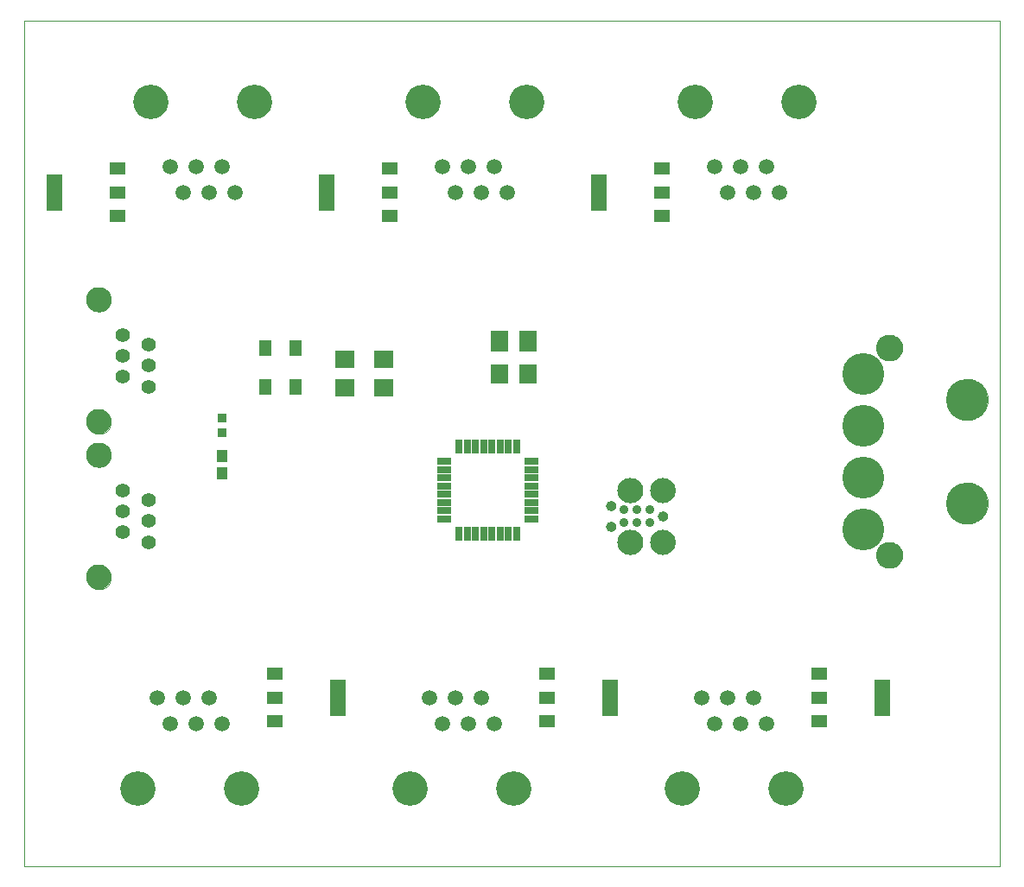
<source format=gts>
G75*
%MOIN*%
%OFA0B0*%
%FSLAX24Y24*%
%IPPOS*%
%LPD*%
%AMOC8*
5,1,8,0,0,1.08239X$1,22.5*
%
%ADD10C,0.0000*%
%ADD11R,0.0260X0.0540*%
%ADD12R,0.0540X0.0260*%
%ADD13R,0.0670X0.0827*%
%ADD14R,0.0670X0.0749*%
%ADD15R,0.0749X0.0670*%
%ADD16C,0.0555*%
%ADD17C,0.0969*%
%ADD18R,0.0434X0.0473*%
%ADD19R,0.0355X0.0355*%
%ADD20C,0.0350*%
%ADD21C,0.0390*%
%ADD22C,0.0975*%
%ADD23R,0.0512X0.0591*%
%ADD24C,0.0594*%
%ADD25C,0.1320*%
%ADD26R,0.0591X0.0512*%
%ADD27R,0.0591X0.1418*%
%ADD28C,0.1615*%
%ADD29C,0.1024*%
D10*
X000100Y000204D02*
X000100Y032825D01*
X037720Y032825D01*
X037720Y000204D01*
X000100Y000204D01*
X003835Y003204D02*
X003837Y003254D01*
X003843Y003304D01*
X003853Y003353D01*
X003866Y003402D01*
X003884Y003449D01*
X003905Y003495D01*
X003929Y003538D01*
X003957Y003580D01*
X003988Y003620D01*
X004022Y003657D01*
X004059Y003691D01*
X004099Y003722D01*
X004141Y003750D01*
X004184Y003774D01*
X004230Y003795D01*
X004277Y003813D01*
X004326Y003826D01*
X004375Y003836D01*
X004425Y003842D01*
X004475Y003844D01*
X004525Y003842D01*
X004575Y003836D01*
X004624Y003826D01*
X004673Y003813D01*
X004720Y003795D01*
X004766Y003774D01*
X004809Y003750D01*
X004851Y003722D01*
X004891Y003691D01*
X004928Y003657D01*
X004962Y003620D01*
X004993Y003580D01*
X005021Y003538D01*
X005045Y003495D01*
X005066Y003449D01*
X005084Y003402D01*
X005097Y003353D01*
X005107Y003304D01*
X005113Y003254D01*
X005115Y003204D01*
X005113Y003154D01*
X005107Y003104D01*
X005097Y003055D01*
X005084Y003006D01*
X005066Y002959D01*
X005045Y002913D01*
X005021Y002870D01*
X004993Y002828D01*
X004962Y002788D01*
X004928Y002751D01*
X004891Y002717D01*
X004851Y002686D01*
X004809Y002658D01*
X004766Y002634D01*
X004720Y002613D01*
X004673Y002595D01*
X004624Y002582D01*
X004575Y002572D01*
X004525Y002566D01*
X004475Y002564D01*
X004425Y002566D01*
X004375Y002572D01*
X004326Y002582D01*
X004277Y002595D01*
X004230Y002613D01*
X004184Y002634D01*
X004141Y002658D01*
X004099Y002686D01*
X004059Y002717D01*
X004022Y002751D01*
X003988Y002788D01*
X003957Y002828D01*
X003929Y002870D01*
X003905Y002913D01*
X003884Y002959D01*
X003866Y003006D01*
X003853Y003055D01*
X003843Y003104D01*
X003837Y003154D01*
X003835Y003204D01*
X007835Y003204D02*
X007837Y003254D01*
X007843Y003304D01*
X007853Y003353D01*
X007866Y003402D01*
X007884Y003449D01*
X007905Y003495D01*
X007929Y003538D01*
X007957Y003580D01*
X007988Y003620D01*
X008022Y003657D01*
X008059Y003691D01*
X008099Y003722D01*
X008141Y003750D01*
X008184Y003774D01*
X008230Y003795D01*
X008277Y003813D01*
X008326Y003826D01*
X008375Y003836D01*
X008425Y003842D01*
X008475Y003844D01*
X008525Y003842D01*
X008575Y003836D01*
X008624Y003826D01*
X008673Y003813D01*
X008720Y003795D01*
X008766Y003774D01*
X008809Y003750D01*
X008851Y003722D01*
X008891Y003691D01*
X008928Y003657D01*
X008962Y003620D01*
X008993Y003580D01*
X009021Y003538D01*
X009045Y003495D01*
X009066Y003449D01*
X009084Y003402D01*
X009097Y003353D01*
X009107Y003304D01*
X009113Y003254D01*
X009115Y003204D01*
X009113Y003154D01*
X009107Y003104D01*
X009097Y003055D01*
X009084Y003006D01*
X009066Y002959D01*
X009045Y002913D01*
X009021Y002870D01*
X008993Y002828D01*
X008962Y002788D01*
X008928Y002751D01*
X008891Y002717D01*
X008851Y002686D01*
X008809Y002658D01*
X008766Y002634D01*
X008720Y002613D01*
X008673Y002595D01*
X008624Y002582D01*
X008575Y002572D01*
X008525Y002566D01*
X008475Y002564D01*
X008425Y002566D01*
X008375Y002572D01*
X008326Y002582D01*
X008277Y002595D01*
X008230Y002613D01*
X008184Y002634D01*
X008141Y002658D01*
X008099Y002686D01*
X008059Y002717D01*
X008022Y002751D01*
X007988Y002788D01*
X007957Y002828D01*
X007929Y002870D01*
X007905Y002913D01*
X007884Y002959D01*
X007866Y003006D01*
X007853Y003055D01*
X007843Y003104D01*
X007837Y003154D01*
X007835Y003204D01*
X014335Y003204D02*
X014337Y003254D01*
X014343Y003304D01*
X014353Y003353D01*
X014366Y003402D01*
X014384Y003449D01*
X014405Y003495D01*
X014429Y003538D01*
X014457Y003580D01*
X014488Y003620D01*
X014522Y003657D01*
X014559Y003691D01*
X014599Y003722D01*
X014641Y003750D01*
X014684Y003774D01*
X014730Y003795D01*
X014777Y003813D01*
X014826Y003826D01*
X014875Y003836D01*
X014925Y003842D01*
X014975Y003844D01*
X015025Y003842D01*
X015075Y003836D01*
X015124Y003826D01*
X015173Y003813D01*
X015220Y003795D01*
X015266Y003774D01*
X015309Y003750D01*
X015351Y003722D01*
X015391Y003691D01*
X015428Y003657D01*
X015462Y003620D01*
X015493Y003580D01*
X015521Y003538D01*
X015545Y003495D01*
X015566Y003449D01*
X015584Y003402D01*
X015597Y003353D01*
X015607Y003304D01*
X015613Y003254D01*
X015615Y003204D01*
X015613Y003154D01*
X015607Y003104D01*
X015597Y003055D01*
X015584Y003006D01*
X015566Y002959D01*
X015545Y002913D01*
X015521Y002870D01*
X015493Y002828D01*
X015462Y002788D01*
X015428Y002751D01*
X015391Y002717D01*
X015351Y002686D01*
X015309Y002658D01*
X015266Y002634D01*
X015220Y002613D01*
X015173Y002595D01*
X015124Y002582D01*
X015075Y002572D01*
X015025Y002566D01*
X014975Y002564D01*
X014925Y002566D01*
X014875Y002572D01*
X014826Y002582D01*
X014777Y002595D01*
X014730Y002613D01*
X014684Y002634D01*
X014641Y002658D01*
X014599Y002686D01*
X014559Y002717D01*
X014522Y002751D01*
X014488Y002788D01*
X014457Y002828D01*
X014429Y002870D01*
X014405Y002913D01*
X014384Y002959D01*
X014366Y003006D01*
X014353Y003055D01*
X014343Y003104D01*
X014337Y003154D01*
X014335Y003204D01*
X018335Y003204D02*
X018337Y003254D01*
X018343Y003304D01*
X018353Y003353D01*
X018366Y003402D01*
X018384Y003449D01*
X018405Y003495D01*
X018429Y003538D01*
X018457Y003580D01*
X018488Y003620D01*
X018522Y003657D01*
X018559Y003691D01*
X018599Y003722D01*
X018641Y003750D01*
X018684Y003774D01*
X018730Y003795D01*
X018777Y003813D01*
X018826Y003826D01*
X018875Y003836D01*
X018925Y003842D01*
X018975Y003844D01*
X019025Y003842D01*
X019075Y003836D01*
X019124Y003826D01*
X019173Y003813D01*
X019220Y003795D01*
X019266Y003774D01*
X019309Y003750D01*
X019351Y003722D01*
X019391Y003691D01*
X019428Y003657D01*
X019462Y003620D01*
X019493Y003580D01*
X019521Y003538D01*
X019545Y003495D01*
X019566Y003449D01*
X019584Y003402D01*
X019597Y003353D01*
X019607Y003304D01*
X019613Y003254D01*
X019615Y003204D01*
X019613Y003154D01*
X019607Y003104D01*
X019597Y003055D01*
X019584Y003006D01*
X019566Y002959D01*
X019545Y002913D01*
X019521Y002870D01*
X019493Y002828D01*
X019462Y002788D01*
X019428Y002751D01*
X019391Y002717D01*
X019351Y002686D01*
X019309Y002658D01*
X019266Y002634D01*
X019220Y002613D01*
X019173Y002595D01*
X019124Y002582D01*
X019075Y002572D01*
X019025Y002566D01*
X018975Y002564D01*
X018925Y002566D01*
X018875Y002572D01*
X018826Y002582D01*
X018777Y002595D01*
X018730Y002613D01*
X018684Y002634D01*
X018641Y002658D01*
X018599Y002686D01*
X018559Y002717D01*
X018522Y002751D01*
X018488Y002788D01*
X018457Y002828D01*
X018429Y002870D01*
X018405Y002913D01*
X018384Y002959D01*
X018366Y003006D01*
X018353Y003055D01*
X018343Y003104D01*
X018337Y003154D01*
X018335Y003204D01*
X024835Y003204D02*
X024837Y003254D01*
X024843Y003304D01*
X024853Y003353D01*
X024866Y003402D01*
X024884Y003449D01*
X024905Y003495D01*
X024929Y003538D01*
X024957Y003580D01*
X024988Y003620D01*
X025022Y003657D01*
X025059Y003691D01*
X025099Y003722D01*
X025141Y003750D01*
X025184Y003774D01*
X025230Y003795D01*
X025277Y003813D01*
X025326Y003826D01*
X025375Y003836D01*
X025425Y003842D01*
X025475Y003844D01*
X025525Y003842D01*
X025575Y003836D01*
X025624Y003826D01*
X025673Y003813D01*
X025720Y003795D01*
X025766Y003774D01*
X025809Y003750D01*
X025851Y003722D01*
X025891Y003691D01*
X025928Y003657D01*
X025962Y003620D01*
X025993Y003580D01*
X026021Y003538D01*
X026045Y003495D01*
X026066Y003449D01*
X026084Y003402D01*
X026097Y003353D01*
X026107Y003304D01*
X026113Y003254D01*
X026115Y003204D01*
X026113Y003154D01*
X026107Y003104D01*
X026097Y003055D01*
X026084Y003006D01*
X026066Y002959D01*
X026045Y002913D01*
X026021Y002870D01*
X025993Y002828D01*
X025962Y002788D01*
X025928Y002751D01*
X025891Y002717D01*
X025851Y002686D01*
X025809Y002658D01*
X025766Y002634D01*
X025720Y002613D01*
X025673Y002595D01*
X025624Y002582D01*
X025575Y002572D01*
X025525Y002566D01*
X025475Y002564D01*
X025425Y002566D01*
X025375Y002572D01*
X025326Y002582D01*
X025277Y002595D01*
X025230Y002613D01*
X025184Y002634D01*
X025141Y002658D01*
X025099Y002686D01*
X025059Y002717D01*
X025022Y002751D01*
X024988Y002788D01*
X024957Y002828D01*
X024929Y002870D01*
X024905Y002913D01*
X024884Y002959D01*
X024866Y003006D01*
X024853Y003055D01*
X024843Y003104D01*
X024837Y003154D01*
X024835Y003204D01*
X028835Y003204D02*
X028837Y003254D01*
X028843Y003304D01*
X028853Y003353D01*
X028866Y003402D01*
X028884Y003449D01*
X028905Y003495D01*
X028929Y003538D01*
X028957Y003580D01*
X028988Y003620D01*
X029022Y003657D01*
X029059Y003691D01*
X029099Y003722D01*
X029141Y003750D01*
X029184Y003774D01*
X029230Y003795D01*
X029277Y003813D01*
X029326Y003826D01*
X029375Y003836D01*
X029425Y003842D01*
X029475Y003844D01*
X029525Y003842D01*
X029575Y003836D01*
X029624Y003826D01*
X029673Y003813D01*
X029720Y003795D01*
X029766Y003774D01*
X029809Y003750D01*
X029851Y003722D01*
X029891Y003691D01*
X029928Y003657D01*
X029962Y003620D01*
X029993Y003580D01*
X030021Y003538D01*
X030045Y003495D01*
X030066Y003449D01*
X030084Y003402D01*
X030097Y003353D01*
X030107Y003304D01*
X030113Y003254D01*
X030115Y003204D01*
X030113Y003154D01*
X030107Y003104D01*
X030097Y003055D01*
X030084Y003006D01*
X030066Y002959D01*
X030045Y002913D01*
X030021Y002870D01*
X029993Y002828D01*
X029962Y002788D01*
X029928Y002751D01*
X029891Y002717D01*
X029851Y002686D01*
X029809Y002658D01*
X029766Y002634D01*
X029720Y002613D01*
X029673Y002595D01*
X029624Y002582D01*
X029575Y002572D01*
X029525Y002566D01*
X029475Y002564D01*
X029425Y002566D01*
X029375Y002572D01*
X029326Y002582D01*
X029277Y002595D01*
X029230Y002613D01*
X029184Y002634D01*
X029141Y002658D01*
X029099Y002686D01*
X029059Y002717D01*
X029022Y002751D01*
X028988Y002788D01*
X028957Y002828D01*
X028929Y002870D01*
X028905Y002913D01*
X028884Y002959D01*
X028866Y003006D01*
X028853Y003055D01*
X028843Y003104D01*
X028837Y003154D01*
X028835Y003204D01*
X032983Y012204D02*
X032985Y012248D01*
X032991Y012292D01*
X033001Y012335D01*
X033014Y012377D01*
X033032Y012417D01*
X033053Y012456D01*
X033077Y012493D01*
X033104Y012528D01*
X033135Y012560D01*
X033168Y012589D01*
X033204Y012615D01*
X033242Y012637D01*
X033282Y012656D01*
X033323Y012672D01*
X033366Y012684D01*
X033409Y012692D01*
X033453Y012696D01*
X033497Y012696D01*
X033541Y012692D01*
X033584Y012684D01*
X033627Y012672D01*
X033668Y012656D01*
X033708Y012637D01*
X033746Y012615D01*
X033782Y012589D01*
X033815Y012560D01*
X033846Y012528D01*
X033873Y012493D01*
X033897Y012456D01*
X033918Y012417D01*
X033936Y012377D01*
X033949Y012335D01*
X033959Y012292D01*
X033965Y012248D01*
X033967Y012204D01*
X033965Y012160D01*
X033959Y012116D01*
X033949Y012073D01*
X033936Y012031D01*
X033918Y011991D01*
X033897Y011952D01*
X033873Y011915D01*
X033846Y011880D01*
X033815Y011848D01*
X033782Y011819D01*
X033746Y011793D01*
X033708Y011771D01*
X033668Y011752D01*
X033627Y011736D01*
X033584Y011724D01*
X033541Y011716D01*
X033497Y011712D01*
X033453Y011712D01*
X033409Y011716D01*
X033366Y011724D01*
X033323Y011736D01*
X033282Y011752D01*
X033242Y011771D01*
X033204Y011793D01*
X033168Y011819D01*
X033135Y011848D01*
X033104Y011880D01*
X033077Y011915D01*
X033053Y011952D01*
X033032Y011991D01*
X033014Y012031D01*
X033001Y012073D01*
X032991Y012116D01*
X032985Y012160D01*
X032983Y012204D01*
X035688Y014204D02*
X035690Y014260D01*
X035696Y014315D01*
X035706Y014369D01*
X035719Y014423D01*
X035737Y014476D01*
X035758Y014527D01*
X035782Y014577D01*
X035810Y014625D01*
X035842Y014671D01*
X035876Y014715D01*
X035914Y014756D01*
X035954Y014794D01*
X035997Y014829D01*
X036042Y014861D01*
X036090Y014890D01*
X036139Y014916D01*
X036190Y014938D01*
X036242Y014956D01*
X036296Y014970D01*
X036351Y014981D01*
X036406Y014988D01*
X036461Y014991D01*
X036517Y014990D01*
X036572Y014985D01*
X036627Y014976D01*
X036681Y014964D01*
X036734Y014947D01*
X036786Y014927D01*
X036836Y014903D01*
X036884Y014876D01*
X036931Y014846D01*
X036975Y014812D01*
X037017Y014775D01*
X037055Y014735D01*
X037092Y014693D01*
X037125Y014648D01*
X037154Y014602D01*
X037181Y014553D01*
X037203Y014502D01*
X037223Y014450D01*
X037238Y014396D01*
X037250Y014342D01*
X037258Y014287D01*
X037262Y014232D01*
X037262Y014176D01*
X037258Y014121D01*
X037250Y014066D01*
X037238Y014012D01*
X037223Y013958D01*
X037203Y013906D01*
X037181Y013855D01*
X037154Y013806D01*
X037125Y013760D01*
X037092Y013715D01*
X037055Y013673D01*
X037017Y013633D01*
X036975Y013596D01*
X036931Y013562D01*
X036884Y013532D01*
X036836Y013505D01*
X036786Y013481D01*
X036734Y013461D01*
X036681Y013444D01*
X036627Y013432D01*
X036572Y013423D01*
X036517Y013418D01*
X036461Y013417D01*
X036406Y013420D01*
X036351Y013427D01*
X036296Y013438D01*
X036242Y013452D01*
X036190Y013470D01*
X036139Y013492D01*
X036090Y013518D01*
X036042Y013547D01*
X035997Y013579D01*
X035954Y013614D01*
X035914Y013652D01*
X035876Y013693D01*
X035842Y013737D01*
X035810Y013783D01*
X035782Y013831D01*
X035758Y013881D01*
X035737Y013932D01*
X035719Y013985D01*
X035706Y014039D01*
X035696Y014093D01*
X035690Y014148D01*
X035688Y014204D01*
X035688Y018204D02*
X035690Y018260D01*
X035696Y018315D01*
X035706Y018369D01*
X035719Y018423D01*
X035737Y018476D01*
X035758Y018527D01*
X035782Y018577D01*
X035810Y018625D01*
X035842Y018671D01*
X035876Y018715D01*
X035914Y018756D01*
X035954Y018794D01*
X035997Y018829D01*
X036042Y018861D01*
X036090Y018890D01*
X036139Y018916D01*
X036190Y018938D01*
X036242Y018956D01*
X036296Y018970D01*
X036351Y018981D01*
X036406Y018988D01*
X036461Y018991D01*
X036517Y018990D01*
X036572Y018985D01*
X036627Y018976D01*
X036681Y018964D01*
X036734Y018947D01*
X036786Y018927D01*
X036836Y018903D01*
X036884Y018876D01*
X036931Y018846D01*
X036975Y018812D01*
X037017Y018775D01*
X037055Y018735D01*
X037092Y018693D01*
X037125Y018648D01*
X037154Y018602D01*
X037181Y018553D01*
X037203Y018502D01*
X037223Y018450D01*
X037238Y018396D01*
X037250Y018342D01*
X037258Y018287D01*
X037262Y018232D01*
X037262Y018176D01*
X037258Y018121D01*
X037250Y018066D01*
X037238Y018012D01*
X037223Y017958D01*
X037203Y017906D01*
X037181Y017855D01*
X037154Y017806D01*
X037125Y017760D01*
X037092Y017715D01*
X037055Y017673D01*
X037017Y017633D01*
X036975Y017596D01*
X036931Y017562D01*
X036884Y017532D01*
X036836Y017505D01*
X036786Y017481D01*
X036734Y017461D01*
X036681Y017444D01*
X036627Y017432D01*
X036572Y017423D01*
X036517Y017418D01*
X036461Y017417D01*
X036406Y017420D01*
X036351Y017427D01*
X036296Y017438D01*
X036242Y017452D01*
X036190Y017470D01*
X036139Y017492D01*
X036090Y017518D01*
X036042Y017547D01*
X035997Y017579D01*
X035954Y017614D01*
X035914Y017652D01*
X035876Y017693D01*
X035842Y017737D01*
X035810Y017783D01*
X035782Y017831D01*
X035758Y017881D01*
X035737Y017932D01*
X035719Y017985D01*
X035706Y018039D01*
X035696Y018093D01*
X035690Y018148D01*
X035688Y018204D01*
X032983Y020204D02*
X032985Y020248D01*
X032991Y020292D01*
X033001Y020335D01*
X033014Y020377D01*
X033032Y020417D01*
X033053Y020456D01*
X033077Y020493D01*
X033104Y020528D01*
X033135Y020560D01*
X033168Y020589D01*
X033204Y020615D01*
X033242Y020637D01*
X033282Y020656D01*
X033323Y020672D01*
X033366Y020684D01*
X033409Y020692D01*
X033453Y020696D01*
X033497Y020696D01*
X033541Y020692D01*
X033584Y020684D01*
X033627Y020672D01*
X033668Y020656D01*
X033708Y020637D01*
X033746Y020615D01*
X033782Y020589D01*
X033815Y020560D01*
X033846Y020528D01*
X033873Y020493D01*
X033897Y020456D01*
X033918Y020417D01*
X033936Y020377D01*
X033949Y020335D01*
X033959Y020292D01*
X033965Y020248D01*
X033967Y020204D01*
X033965Y020160D01*
X033959Y020116D01*
X033949Y020073D01*
X033936Y020031D01*
X033918Y019991D01*
X033897Y019952D01*
X033873Y019915D01*
X033846Y019880D01*
X033815Y019848D01*
X033782Y019819D01*
X033746Y019793D01*
X033708Y019771D01*
X033668Y019752D01*
X033627Y019736D01*
X033584Y019724D01*
X033541Y019716D01*
X033497Y019712D01*
X033453Y019712D01*
X033409Y019716D01*
X033366Y019724D01*
X033323Y019736D01*
X033282Y019752D01*
X033242Y019771D01*
X033204Y019793D01*
X033168Y019819D01*
X033135Y019848D01*
X033104Y019880D01*
X033077Y019915D01*
X033053Y019952D01*
X033032Y019991D01*
X033014Y020031D01*
X033001Y020073D01*
X032991Y020116D01*
X032985Y020160D01*
X032983Y020204D01*
X024258Y014704D02*
X024260Y014747D01*
X024266Y014790D01*
X024276Y014832D01*
X024290Y014873D01*
X024307Y014912D01*
X024328Y014950D01*
X024352Y014985D01*
X024380Y015019D01*
X024410Y015049D01*
X024444Y015077D01*
X024479Y015101D01*
X024517Y015122D01*
X024556Y015139D01*
X024597Y015153D01*
X024639Y015163D01*
X024682Y015169D01*
X024725Y015171D01*
X024768Y015169D01*
X024811Y015163D01*
X024853Y015153D01*
X024894Y015139D01*
X024933Y015122D01*
X024971Y015101D01*
X025006Y015077D01*
X025040Y015049D01*
X025070Y015019D01*
X025098Y014985D01*
X025122Y014950D01*
X025143Y014912D01*
X025160Y014873D01*
X025174Y014832D01*
X025184Y014790D01*
X025190Y014747D01*
X025192Y014704D01*
X025190Y014661D01*
X025184Y014618D01*
X025174Y014576D01*
X025160Y014535D01*
X025143Y014496D01*
X025122Y014458D01*
X025098Y014423D01*
X025070Y014389D01*
X025040Y014359D01*
X025006Y014331D01*
X024971Y014307D01*
X024933Y014286D01*
X024894Y014269D01*
X024853Y014255D01*
X024811Y014245D01*
X024768Y014239D01*
X024725Y014237D01*
X024682Y014239D01*
X024639Y014245D01*
X024597Y014255D01*
X024556Y014269D01*
X024517Y014286D01*
X024479Y014307D01*
X024444Y014331D01*
X024410Y014359D01*
X024380Y014389D01*
X024352Y014423D01*
X024328Y014458D01*
X024307Y014496D01*
X024290Y014535D01*
X024276Y014576D01*
X024266Y014618D01*
X024260Y014661D01*
X024258Y014704D01*
X023008Y014704D02*
X023010Y014747D01*
X023016Y014790D01*
X023026Y014832D01*
X023040Y014873D01*
X023057Y014912D01*
X023078Y014950D01*
X023102Y014985D01*
X023130Y015019D01*
X023160Y015049D01*
X023194Y015077D01*
X023229Y015101D01*
X023267Y015122D01*
X023306Y015139D01*
X023347Y015153D01*
X023389Y015163D01*
X023432Y015169D01*
X023475Y015171D01*
X023518Y015169D01*
X023561Y015163D01*
X023603Y015153D01*
X023644Y015139D01*
X023683Y015122D01*
X023721Y015101D01*
X023756Y015077D01*
X023790Y015049D01*
X023820Y015019D01*
X023848Y014985D01*
X023872Y014950D01*
X023893Y014912D01*
X023910Y014873D01*
X023924Y014832D01*
X023934Y014790D01*
X023940Y014747D01*
X023942Y014704D01*
X023940Y014661D01*
X023934Y014618D01*
X023924Y014576D01*
X023910Y014535D01*
X023893Y014496D01*
X023872Y014458D01*
X023848Y014423D01*
X023820Y014389D01*
X023790Y014359D01*
X023756Y014331D01*
X023721Y014307D01*
X023683Y014286D01*
X023644Y014269D01*
X023603Y014255D01*
X023561Y014245D01*
X023518Y014239D01*
X023475Y014237D01*
X023432Y014239D01*
X023389Y014245D01*
X023347Y014255D01*
X023306Y014269D01*
X023267Y014286D01*
X023229Y014307D01*
X023194Y014331D01*
X023160Y014359D01*
X023130Y014389D01*
X023102Y014423D01*
X023078Y014458D01*
X023057Y014496D01*
X023040Y014535D01*
X023026Y014576D01*
X023016Y014618D01*
X023010Y014661D01*
X023008Y014704D01*
X022550Y014104D02*
X022552Y014130D01*
X022558Y014156D01*
X022567Y014180D01*
X022580Y014203D01*
X022597Y014223D01*
X022616Y014241D01*
X022638Y014256D01*
X022661Y014267D01*
X022686Y014275D01*
X022712Y014279D01*
X022738Y014279D01*
X022764Y014275D01*
X022789Y014267D01*
X022813Y014256D01*
X022834Y014241D01*
X022853Y014223D01*
X022870Y014203D01*
X022883Y014180D01*
X022892Y014156D01*
X022898Y014130D01*
X022900Y014104D01*
X022898Y014078D01*
X022892Y014052D01*
X022883Y014028D01*
X022870Y014005D01*
X022853Y013985D01*
X022834Y013967D01*
X022812Y013952D01*
X022789Y013941D01*
X022764Y013933D01*
X022738Y013929D01*
X022712Y013929D01*
X022686Y013933D01*
X022661Y013941D01*
X022637Y013952D01*
X022616Y013967D01*
X022597Y013985D01*
X022580Y014005D01*
X022567Y014028D01*
X022558Y014052D01*
X022552Y014078D01*
X022550Y014104D01*
X022550Y013304D02*
X022552Y013330D01*
X022558Y013356D01*
X022567Y013380D01*
X022580Y013403D01*
X022597Y013423D01*
X022616Y013441D01*
X022638Y013456D01*
X022661Y013467D01*
X022686Y013475D01*
X022712Y013479D01*
X022738Y013479D01*
X022764Y013475D01*
X022789Y013467D01*
X022813Y013456D01*
X022834Y013441D01*
X022853Y013423D01*
X022870Y013403D01*
X022883Y013380D01*
X022892Y013356D01*
X022898Y013330D01*
X022900Y013304D01*
X022898Y013278D01*
X022892Y013252D01*
X022883Y013228D01*
X022870Y013205D01*
X022853Y013185D01*
X022834Y013167D01*
X022812Y013152D01*
X022789Y013141D01*
X022764Y013133D01*
X022738Y013129D01*
X022712Y013129D01*
X022686Y013133D01*
X022661Y013141D01*
X022637Y013152D01*
X022616Y013167D01*
X022597Y013185D01*
X022580Y013205D01*
X022567Y013228D01*
X022558Y013252D01*
X022552Y013278D01*
X022550Y013304D01*
X023008Y012704D02*
X023010Y012747D01*
X023016Y012790D01*
X023026Y012832D01*
X023040Y012873D01*
X023057Y012912D01*
X023078Y012950D01*
X023102Y012985D01*
X023130Y013019D01*
X023160Y013049D01*
X023194Y013077D01*
X023229Y013101D01*
X023267Y013122D01*
X023306Y013139D01*
X023347Y013153D01*
X023389Y013163D01*
X023432Y013169D01*
X023475Y013171D01*
X023518Y013169D01*
X023561Y013163D01*
X023603Y013153D01*
X023644Y013139D01*
X023683Y013122D01*
X023721Y013101D01*
X023756Y013077D01*
X023790Y013049D01*
X023820Y013019D01*
X023848Y012985D01*
X023872Y012950D01*
X023893Y012912D01*
X023910Y012873D01*
X023924Y012832D01*
X023934Y012790D01*
X023940Y012747D01*
X023942Y012704D01*
X023940Y012661D01*
X023934Y012618D01*
X023924Y012576D01*
X023910Y012535D01*
X023893Y012496D01*
X023872Y012458D01*
X023848Y012423D01*
X023820Y012389D01*
X023790Y012359D01*
X023756Y012331D01*
X023721Y012307D01*
X023683Y012286D01*
X023644Y012269D01*
X023603Y012255D01*
X023561Y012245D01*
X023518Y012239D01*
X023475Y012237D01*
X023432Y012239D01*
X023389Y012245D01*
X023347Y012255D01*
X023306Y012269D01*
X023267Y012286D01*
X023229Y012307D01*
X023194Y012331D01*
X023160Y012359D01*
X023130Y012389D01*
X023102Y012423D01*
X023078Y012458D01*
X023057Y012496D01*
X023040Y012535D01*
X023026Y012576D01*
X023016Y012618D01*
X023010Y012661D01*
X023008Y012704D01*
X024258Y012704D02*
X024260Y012747D01*
X024266Y012790D01*
X024276Y012832D01*
X024290Y012873D01*
X024307Y012912D01*
X024328Y012950D01*
X024352Y012985D01*
X024380Y013019D01*
X024410Y013049D01*
X024444Y013077D01*
X024479Y013101D01*
X024517Y013122D01*
X024556Y013139D01*
X024597Y013153D01*
X024639Y013163D01*
X024682Y013169D01*
X024725Y013171D01*
X024768Y013169D01*
X024811Y013163D01*
X024853Y013153D01*
X024894Y013139D01*
X024933Y013122D01*
X024971Y013101D01*
X025006Y013077D01*
X025040Y013049D01*
X025070Y013019D01*
X025098Y012985D01*
X025122Y012950D01*
X025143Y012912D01*
X025160Y012873D01*
X025174Y012832D01*
X025184Y012790D01*
X025190Y012747D01*
X025192Y012704D01*
X025190Y012661D01*
X025184Y012618D01*
X025174Y012576D01*
X025160Y012535D01*
X025143Y012496D01*
X025122Y012458D01*
X025098Y012423D01*
X025070Y012389D01*
X025040Y012359D01*
X025006Y012331D01*
X024971Y012307D01*
X024933Y012286D01*
X024894Y012269D01*
X024853Y012255D01*
X024811Y012245D01*
X024768Y012239D01*
X024725Y012237D01*
X024682Y012239D01*
X024639Y012245D01*
X024597Y012255D01*
X024556Y012269D01*
X024517Y012286D01*
X024479Y012307D01*
X024444Y012331D01*
X024410Y012359D01*
X024380Y012389D01*
X024352Y012423D01*
X024328Y012458D01*
X024307Y012496D01*
X024290Y012535D01*
X024276Y012576D01*
X024266Y012618D01*
X024260Y012661D01*
X024258Y012704D01*
X024550Y013704D02*
X024552Y013730D01*
X024558Y013756D01*
X024567Y013780D01*
X024580Y013803D01*
X024597Y013823D01*
X024616Y013841D01*
X024638Y013856D01*
X024661Y013867D01*
X024686Y013875D01*
X024712Y013879D01*
X024738Y013879D01*
X024764Y013875D01*
X024789Y013867D01*
X024813Y013856D01*
X024834Y013841D01*
X024853Y013823D01*
X024870Y013803D01*
X024883Y013780D01*
X024892Y013756D01*
X024898Y013730D01*
X024900Y013704D01*
X024898Y013678D01*
X024892Y013652D01*
X024883Y013628D01*
X024870Y013605D01*
X024853Y013585D01*
X024834Y013567D01*
X024812Y013552D01*
X024789Y013541D01*
X024764Y013533D01*
X024738Y013529D01*
X024712Y013529D01*
X024686Y013533D01*
X024661Y013541D01*
X024637Y013552D01*
X024616Y013567D01*
X024597Y013585D01*
X024580Y013605D01*
X024567Y013628D01*
X024558Y013652D01*
X024552Y013678D01*
X024550Y013704D01*
X025335Y029704D02*
X025337Y029754D01*
X025343Y029804D01*
X025353Y029853D01*
X025366Y029902D01*
X025384Y029949D01*
X025405Y029995D01*
X025429Y030038D01*
X025457Y030080D01*
X025488Y030120D01*
X025522Y030157D01*
X025559Y030191D01*
X025599Y030222D01*
X025641Y030250D01*
X025684Y030274D01*
X025730Y030295D01*
X025777Y030313D01*
X025826Y030326D01*
X025875Y030336D01*
X025925Y030342D01*
X025975Y030344D01*
X026025Y030342D01*
X026075Y030336D01*
X026124Y030326D01*
X026173Y030313D01*
X026220Y030295D01*
X026266Y030274D01*
X026309Y030250D01*
X026351Y030222D01*
X026391Y030191D01*
X026428Y030157D01*
X026462Y030120D01*
X026493Y030080D01*
X026521Y030038D01*
X026545Y029995D01*
X026566Y029949D01*
X026584Y029902D01*
X026597Y029853D01*
X026607Y029804D01*
X026613Y029754D01*
X026615Y029704D01*
X026613Y029654D01*
X026607Y029604D01*
X026597Y029555D01*
X026584Y029506D01*
X026566Y029459D01*
X026545Y029413D01*
X026521Y029370D01*
X026493Y029328D01*
X026462Y029288D01*
X026428Y029251D01*
X026391Y029217D01*
X026351Y029186D01*
X026309Y029158D01*
X026266Y029134D01*
X026220Y029113D01*
X026173Y029095D01*
X026124Y029082D01*
X026075Y029072D01*
X026025Y029066D01*
X025975Y029064D01*
X025925Y029066D01*
X025875Y029072D01*
X025826Y029082D01*
X025777Y029095D01*
X025730Y029113D01*
X025684Y029134D01*
X025641Y029158D01*
X025599Y029186D01*
X025559Y029217D01*
X025522Y029251D01*
X025488Y029288D01*
X025457Y029328D01*
X025429Y029370D01*
X025405Y029413D01*
X025384Y029459D01*
X025366Y029506D01*
X025353Y029555D01*
X025343Y029604D01*
X025337Y029654D01*
X025335Y029704D01*
X029335Y029704D02*
X029337Y029754D01*
X029343Y029804D01*
X029353Y029853D01*
X029366Y029902D01*
X029384Y029949D01*
X029405Y029995D01*
X029429Y030038D01*
X029457Y030080D01*
X029488Y030120D01*
X029522Y030157D01*
X029559Y030191D01*
X029599Y030222D01*
X029641Y030250D01*
X029684Y030274D01*
X029730Y030295D01*
X029777Y030313D01*
X029826Y030326D01*
X029875Y030336D01*
X029925Y030342D01*
X029975Y030344D01*
X030025Y030342D01*
X030075Y030336D01*
X030124Y030326D01*
X030173Y030313D01*
X030220Y030295D01*
X030266Y030274D01*
X030309Y030250D01*
X030351Y030222D01*
X030391Y030191D01*
X030428Y030157D01*
X030462Y030120D01*
X030493Y030080D01*
X030521Y030038D01*
X030545Y029995D01*
X030566Y029949D01*
X030584Y029902D01*
X030597Y029853D01*
X030607Y029804D01*
X030613Y029754D01*
X030615Y029704D01*
X030613Y029654D01*
X030607Y029604D01*
X030597Y029555D01*
X030584Y029506D01*
X030566Y029459D01*
X030545Y029413D01*
X030521Y029370D01*
X030493Y029328D01*
X030462Y029288D01*
X030428Y029251D01*
X030391Y029217D01*
X030351Y029186D01*
X030309Y029158D01*
X030266Y029134D01*
X030220Y029113D01*
X030173Y029095D01*
X030124Y029082D01*
X030075Y029072D01*
X030025Y029066D01*
X029975Y029064D01*
X029925Y029066D01*
X029875Y029072D01*
X029826Y029082D01*
X029777Y029095D01*
X029730Y029113D01*
X029684Y029134D01*
X029641Y029158D01*
X029599Y029186D01*
X029559Y029217D01*
X029522Y029251D01*
X029488Y029288D01*
X029457Y029328D01*
X029429Y029370D01*
X029405Y029413D01*
X029384Y029459D01*
X029366Y029506D01*
X029353Y029555D01*
X029343Y029604D01*
X029337Y029654D01*
X029335Y029704D01*
X018835Y029704D02*
X018837Y029754D01*
X018843Y029804D01*
X018853Y029853D01*
X018866Y029902D01*
X018884Y029949D01*
X018905Y029995D01*
X018929Y030038D01*
X018957Y030080D01*
X018988Y030120D01*
X019022Y030157D01*
X019059Y030191D01*
X019099Y030222D01*
X019141Y030250D01*
X019184Y030274D01*
X019230Y030295D01*
X019277Y030313D01*
X019326Y030326D01*
X019375Y030336D01*
X019425Y030342D01*
X019475Y030344D01*
X019525Y030342D01*
X019575Y030336D01*
X019624Y030326D01*
X019673Y030313D01*
X019720Y030295D01*
X019766Y030274D01*
X019809Y030250D01*
X019851Y030222D01*
X019891Y030191D01*
X019928Y030157D01*
X019962Y030120D01*
X019993Y030080D01*
X020021Y030038D01*
X020045Y029995D01*
X020066Y029949D01*
X020084Y029902D01*
X020097Y029853D01*
X020107Y029804D01*
X020113Y029754D01*
X020115Y029704D01*
X020113Y029654D01*
X020107Y029604D01*
X020097Y029555D01*
X020084Y029506D01*
X020066Y029459D01*
X020045Y029413D01*
X020021Y029370D01*
X019993Y029328D01*
X019962Y029288D01*
X019928Y029251D01*
X019891Y029217D01*
X019851Y029186D01*
X019809Y029158D01*
X019766Y029134D01*
X019720Y029113D01*
X019673Y029095D01*
X019624Y029082D01*
X019575Y029072D01*
X019525Y029066D01*
X019475Y029064D01*
X019425Y029066D01*
X019375Y029072D01*
X019326Y029082D01*
X019277Y029095D01*
X019230Y029113D01*
X019184Y029134D01*
X019141Y029158D01*
X019099Y029186D01*
X019059Y029217D01*
X019022Y029251D01*
X018988Y029288D01*
X018957Y029328D01*
X018929Y029370D01*
X018905Y029413D01*
X018884Y029459D01*
X018866Y029506D01*
X018853Y029555D01*
X018843Y029604D01*
X018837Y029654D01*
X018835Y029704D01*
X014835Y029704D02*
X014837Y029754D01*
X014843Y029804D01*
X014853Y029853D01*
X014866Y029902D01*
X014884Y029949D01*
X014905Y029995D01*
X014929Y030038D01*
X014957Y030080D01*
X014988Y030120D01*
X015022Y030157D01*
X015059Y030191D01*
X015099Y030222D01*
X015141Y030250D01*
X015184Y030274D01*
X015230Y030295D01*
X015277Y030313D01*
X015326Y030326D01*
X015375Y030336D01*
X015425Y030342D01*
X015475Y030344D01*
X015525Y030342D01*
X015575Y030336D01*
X015624Y030326D01*
X015673Y030313D01*
X015720Y030295D01*
X015766Y030274D01*
X015809Y030250D01*
X015851Y030222D01*
X015891Y030191D01*
X015928Y030157D01*
X015962Y030120D01*
X015993Y030080D01*
X016021Y030038D01*
X016045Y029995D01*
X016066Y029949D01*
X016084Y029902D01*
X016097Y029853D01*
X016107Y029804D01*
X016113Y029754D01*
X016115Y029704D01*
X016113Y029654D01*
X016107Y029604D01*
X016097Y029555D01*
X016084Y029506D01*
X016066Y029459D01*
X016045Y029413D01*
X016021Y029370D01*
X015993Y029328D01*
X015962Y029288D01*
X015928Y029251D01*
X015891Y029217D01*
X015851Y029186D01*
X015809Y029158D01*
X015766Y029134D01*
X015720Y029113D01*
X015673Y029095D01*
X015624Y029082D01*
X015575Y029072D01*
X015525Y029066D01*
X015475Y029064D01*
X015425Y029066D01*
X015375Y029072D01*
X015326Y029082D01*
X015277Y029095D01*
X015230Y029113D01*
X015184Y029134D01*
X015141Y029158D01*
X015099Y029186D01*
X015059Y029217D01*
X015022Y029251D01*
X014988Y029288D01*
X014957Y029328D01*
X014929Y029370D01*
X014905Y029413D01*
X014884Y029459D01*
X014866Y029506D01*
X014853Y029555D01*
X014843Y029604D01*
X014837Y029654D01*
X014835Y029704D01*
X008335Y029704D02*
X008337Y029754D01*
X008343Y029804D01*
X008353Y029853D01*
X008366Y029902D01*
X008384Y029949D01*
X008405Y029995D01*
X008429Y030038D01*
X008457Y030080D01*
X008488Y030120D01*
X008522Y030157D01*
X008559Y030191D01*
X008599Y030222D01*
X008641Y030250D01*
X008684Y030274D01*
X008730Y030295D01*
X008777Y030313D01*
X008826Y030326D01*
X008875Y030336D01*
X008925Y030342D01*
X008975Y030344D01*
X009025Y030342D01*
X009075Y030336D01*
X009124Y030326D01*
X009173Y030313D01*
X009220Y030295D01*
X009266Y030274D01*
X009309Y030250D01*
X009351Y030222D01*
X009391Y030191D01*
X009428Y030157D01*
X009462Y030120D01*
X009493Y030080D01*
X009521Y030038D01*
X009545Y029995D01*
X009566Y029949D01*
X009584Y029902D01*
X009597Y029853D01*
X009607Y029804D01*
X009613Y029754D01*
X009615Y029704D01*
X009613Y029654D01*
X009607Y029604D01*
X009597Y029555D01*
X009584Y029506D01*
X009566Y029459D01*
X009545Y029413D01*
X009521Y029370D01*
X009493Y029328D01*
X009462Y029288D01*
X009428Y029251D01*
X009391Y029217D01*
X009351Y029186D01*
X009309Y029158D01*
X009266Y029134D01*
X009220Y029113D01*
X009173Y029095D01*
X009124Y029082D01*
X009075Y029072D01*
X009025Y029066D01*
X008975Y029064D01*
X008925Y029066D01*
X008875Y029072D01*
X008826Y029082D01*
X008777Y029095D01*
X008730Y029113D01*
X008684Y029134D01*
X008641Y029158D01*
X008599Y029186D01*
X008559Y029217D01*
X008522Y029251D01*
X008488Y029288D01*
X008457Y029328D01*
X008429Y029370D01*
X008405Y029413D01*
X008384Y029459D01*
X008366Y029506D01*
X008353Y029555D01*
X008343Y029604D01*
X008337Y029654D01*
X008335Y029704D01*
X004335Y029704D02*
X004337Y029754D01*
X004343Y029804D01*
X004353Y029853D01*
X004366Y029902D01*
X004384Y029949D01*
X004405Y029995D01*
X004429Y030038D01*
X004457Y030080D01*
X004488Y030120D01*
X004522Y030157D01*
X004559Y030191D01*
X004599Y030222D01*
X004641Y030250D01*
X004684Y030274D01*
X004730Y030295D01*
X004777Y030313D01*
X004826Y030326D01*
X004875Y030336D01*
X004925Y030342D01*
X004975Y030344D01*
X005025Y030342D01*
X005075Y030336D01*
X005124Y030326D01*
X005173Y030313D01*
X005220Y030295D01*
X005266Y030274D01*
X005309Y030250D01*
X005351Y030222D01*
X005391Y030191D01*
X005428Y030157D01*
X005462Y030120D01*
X005493Y030080D01*
X005521Y030038D01*
X005545Y029995D01*
X005566Y029949D01*
X005584Y029902D01*
X005597Y029853D01*
X005607Y029804D01*
X005613Y029754D01*
X005615Y029704D01*
X005613Y029654D01*
X005607Y029604D01*
X005597Y029555D01*
X005584Y029506D01*
X005566Y029459D01*
X005545Y029413D01*
X005521Y029370D01*
X005493Y029328D01*
X005462Y029288D01*
X005428Y029251D01*
X005391Y029217D01*
X005351Y029186D01*
X005309Y029158D01*
X005266Y029134D01*
X005220Y029113D01*
X005173Y029095D01*
X005124Y029082D01*
X005075Y029072D01*
X005025Y029066D01*
X004975Y029064D01*
X004925Y029066D01*
X004875Y029072D01*
X004826Y029082D01*
X004777Y029095D01*
X004730Y029113D01*
X004684Y029134D01*
X004641Y029158D01*
X004599Y029186D01*
X004559Y029217D01*
X004522Y029251D01*
X004488Y029288D01*
X004457Y029328D01*
X004429Y029370D01*
X004405Y029413D01*
X004384Y029459D01*
X004366Y029506D01*
X004353Y029555D01*
X004343Y029604D01*
X004337Y029654D01*
X004335Y029704D01*
X002510Y022066D02*
X002512Y022109D01*
X002518Y022151D01*
X002528Y022193D01*
X002541Y022234D01*
X002559Y022273D01*
X002580Y022311D01*
X002604Y022346D01*
X002631Y022379D01*
X002662Y022410D01*
X002695Y022437D01*
X002730Y022461D01*
X002768Y022482D01*
X002807Y022500D01*
X002848Y022513D01*
X002890Y022523D01*
X002932Y022529D01*
X002975Y022531D01*
X003018Y022529D01*
X003060Y022523D01*
X003102Y022513D01*
X003143Y022500D01*
X003182Y022482D01*
X003220Y022461D01*
X003255Y022437D01*
X003288Y022410D01*
X003319Y022379D01*
X003346Y022346D01*
X003370Y022311D01*
X003391Y022273D01*
X003409Y022234D01*
X003422Y022193D01*
X003432Y022151D01*
X003438Y022109D01*
X003440Y022066D01*
X003438Y022023D01*
X003432Y021981D01*
X003422Y021939D01*
X003409Y021898D01*
X003391Y021859D01*
X003370Y021821D01*
X003346Y021786D01*
X003319Y021753D01*
X003288Y021722D01*
X003255Y021695D01*
X003220Y021671D01*
X003182Y021650D01*
X003143Y021632D01*
X003102Y021619D01*
X003060Y021609D01*
X003018Y021603D01*
X002975Y021601D01*
X002932Y021603D01*
X002890Y021609D01*
X002848Y021619D01*
X002807Y021632D01*
X002768Y021650D01*
X002730Y021671D01*
X002695Y021695D01*
X002662Y021722D01*
X002631Y021753D01*
X002604Y021786D01*
X002580Y021821D01*
X002559Y021859D01*
X002541Y021898D01*
X002528Y021939D01*
X002518Y021981D01*
X002512Y022023D01*
X002510Y022066D01*
X002510Y017342D02*
X002512Y017385D01*
X002518Y017427D01*
X002528Y017469D01*
X002541Y017510D01*
X002559Y017549D01*
X002580Y017587D01*
X002604Y017622D01*
X002631Y017655D01*
X002662Y017686D01*
X002695Y017713D01*
X002730Y017737D01*
X002768Y017758D01*
X002807Y017776D01*
X002848Y017789D01*
X002890Y017799D01*
X002932Y017805D01*
X002975Y017807D01*
X003018Y017805D01*
X003060Y017799D01*
X003102Y017789D01*
X003143Y017776D01*
X003182Y017758D01*
X003220Y017737D01*
X003255Y017713D01*
X003288Y017686D01*
X003319Y017655D01*
X003346Y017622D01*
X003370Y017587D01*
X003391Y017549D01*
X003409Y017510D01*
X003422Y017469D01*
X003432Y017427D01*
X003438Y017385D01*
X003440Y017342D01*
X003438Y017299D01*
X003432Y017257D01*
X003422Y017215D01*
X003409Y017174D01*
X003391Y017135D01*
X003370Y017097D01*
X003346Y017062D01*
X003319Y017029D01*
X003288Y016998D01*
X003255Y016971D01*
X003220Y016947D01*
X003182Y016926D01*
X003143Y016908D01*
X003102Y016895D01*
X003060Y016885D01*
X003018Y016879D01*
X002975Y016877D01*
X002932Y016879D01*
X002890Y016885D01*
X002848Y016895D01*
X002807Y016908D01*
X002768Y016926D01*
X002730Y016947D01*
X002695Y016971D01*
X002662Y016998D01*
X002631Y017029D01*
X002604Y017062D01*
X002580Y017097D01*
X002559Y017135D01*
X002541Y017174D01*
X002528Y017215D01*
X002518Y017257D01*
X002512Y017299D01*
X002510Y017342D01*
X002510Y016066D02*
X002512Y016109D01*
X002518Y016151D01*
X002528Y016193D01*
X002541Y016234D01*
X002559Y016273D01*
X002580Y016311D01*
X002604Y016346D01*
X002631Y016379D01*
X002662Y016410D01*
X002695Y016437D01*
X002730Y016461D01*
X002768Y016482D01*
X002807Y016500D01*
X002848Y016513D01*
X002890Y016523D01*
X002932Y016529D01*
X002975Y016531D01*
X003018Y016529D01*
X003060Y016523D01*
X003102Y016513D01*
X003143Y016500D01*
X003182Y016482D01*
X003220Y016461D01*
X003255Y016437D01*
X003288Y016410D01*
X003319Y016379D01*
X003346Y016346D01*
X003370Y016311D01*
X003391Y016273D01*
X003409Y016234D01*
X003422Y016193D01*
X003432Y016151D01*
X003438Y016109D01*
X003440Y016066D01*
X003438Y016023D01*
X003432Y015981D01*
X003422Y015939D01*
X003409Y015898D01*
X003391Y015859D01*
X003370Y015821D01*
X003346Y015786D01*
X003319Y015753D01*
X003288Y015722D01*
X003255Y015695D01*
X003220Y015671D01*
X003182Y015650D01*
X003143Y015632D01*
X003102Y015619D01*
X003060Y015609D01*
X003018Y015603D01*
X002975Y015601D01*
X002932Y015603D01*
X002890Y015609D01*
X002848Y015619D01*
X002807Y015632D01*
X002768Y015650D01*
X002730Y015671D01*
X002695Y015695D01*
X002662Y015722D01*
X002631Y015753D01*
X002604Y015786D01*
X002580Y015821D01*
X002559Y015859D01*
X002541Y015898D01*
X002528Y015939D01*
X002518Y015981D01*
X002512Y016023D01*
X002510Y016066D01*
X002510Y011342D02*
X002512Y011385D01*
X002518Y011427D01*
X002528Y011469D01*
X002541Y011510D01*
X002559Y011549D01*
X002580Y011587D01*
X002604Y011622D01*
X002631Y011655D01*
X002662Y011686D01*
X002695Y011713D01*
X002730Y011737D01*
X002768Y011758D01*
X002807Y011776D01*
X002848Y011789D01*
X002890Y011799D01*
X002932Y011805D01*
X002975Y011807D01*
X003018Y011805D01*
X003060Y011799D01*
X003102Y011789D01*
X003143Y011776D01*
X003182Y011758D01*
X003220Y011737D01*
X003255Y011713D01*
X003288Y011686D01*
X003319Y011655D01*
X003346Y011622D01*
X003370Y011587D01*
X003391Y011549D01*
X003409Y011510D01*
X003422Y011469D01*
X003432Y011427D01*
X003438Y011385D01*
X003440Y011342D01*
X003438Y011299D01*
X003432Y011257D01*
X003422Y011215D01*
X003409Y011174D01*
X003391Y011135D01*
X003370Y011097D01*
X003346Y011062D01*
X003319Y011029D01*
X003288Y010998D01*
X003255Y010971D01*
X003220Y010947D01*
X003182Y010926D01*
X003143Y010908D01*
X003102Y010895D01*
X003060Y010885D01*
X003018Y010879D01*
X002975Y010877D01*
X002932Y010879D01*
X002890Y010885D01*
X002848Y010895D01*
X002807Y010908D01*
X002768Y010926D01*
X002730Y010947D01*
X002695Y010971D01*
X002662Y010998D01*
X002631Y011029D01*
X002604Y011062D01*
X002580Y011097D01*
X002559Y011135D01*
X002541Y011174D01*
X002528Y011215D01*
X002518Y011257D01*
X002512Y011299D01*
X002510Y011342D01*
D11*
X016873Y013014D03*
X017188Y013014D03*
X017503Y013014D03*
X017818Y013014D03*
X018132Y013014D03*
X018447Y013014D03*
X018762Y013014D03*
X019077Y013014D03*
X019077Y016394D03*
X018762Y016394D03*
X018447Y016394D03*
X018132Y016394D03*
X017818Y016394D03*
X017503Y016394D03*
X017188Y016394D03*
X016873Y016394D03*
D12*
X016285Y015806D03*
X016285Y015491D03*
X016285Y015176D03*
X016285Y014861D03*
X016285Y014546D03*
X016285Y014231D03*
X016285Y013916D03*
X016285Y013601D03*
X019665Y013601D03*
X019665Y013916D03*
X019665Y014231D03*
X019665Y014546D03*
X019665Y014861D03*
X019665Y015176D03*
X019665Y015491D03*
X019665Y015806D03*
D13*
X019526Y020454D03*
X018424Y020454D03*
D14*
X018424Y019204D03*
X019526Y019204D03*
D15*
X013975Y019755D03*
X013975Y018653D03*
X012475Y018653D03*
X012475Y019755D03*
D16*
X004881Y019507D03*
X004881Y020310D03*
X003881Y020704D03*
X003881Y019901D03*
X003881Y019097D03*
X004881Y018704D03*
X003881Y014704D03*
X003881Y013901D03*
X004881Y013507D03*
X004881Y014310D03*
X003881Y013097D03*
X004881Y012704D03*
D17*
X002975Y011342D03*
X002975Y016066D03*
X002975Y017342D03*
X002975Y022066D03*
D18*
X007725Y016038D03*
X007725Y015369D03*
D19*
X007725Y016909D03*
X007725Y017499D03*
D20*
X023225Y013954D03*
X023725Y013954D03*
X024225Y013954D03*
X024225Y013454D03*
X023725Y013454D03*
X023225Y013454D03*
D21*
X022725Y013304D03*
X022725Y014104D03*
X024725Y013704D03*
D22*
X024725Y014704D03*
X023475Y014704D03*
X023475Y012704D03*
X024725Y012704D03*
D23*
X010566Y018704D03*
X009384Y018704D03*
X009384Y020204D03*
X010566Y020204D03*
D24*
X008225Y026204D03*
X007225Y026204D03*
X006225Y026204D03*
X005725Y027204D03*
X006725Y027204D03*
X007725Y027204D03*
X016225Y027204D03*
X017225Y027204D03*
X018225Y027204D03*
X017725Y026204D03*
X016725Y026204D03*
X018725Y026204D03*
X026725Y027204D03*
X027725Y027204D03*
X028725Y027204D03*
X028225Y026204D03*
X027225Y026204D03*
X029225Y026204D03*
X028225Y006704D03*
X027225Y006704D03*
X026225Y006704D03*
X026725Y005704D03*
X027725Y005704D03*
X028725Y005704D03*
X018225Y005704D03*
X017225Y005704D03*
X016225Y005704D03*
X015725Y006704D03*
X016725Y006704D03*
X017725Y006704D03*
X007725Y005704D03*
X006725Y005704D03*
X005725Y005704D03*
X005225Y006704D03*
X006225Y006704D03*
X007225Y006704D03*
D25*
X008475Y003204D03*
X004475Y003204D03*
X014975Y003204D03*
X018975Y003204D03*
X025475Y003204D03*
X029475Y003204D03*
X029975Y029704D03*
X025975Y029704D03*
X019475Y029704D03*
X015475Y029704D03*
X008975Y029704D03*
X004975Y029704D03*
D26*
X003695Y027114D03*
X003695Y026204D03*
X003695Y025294D03*
X014195Y025294D03*
X014195Y026204D03*
X014195Y027114D03*
X024695Y027114D03*
X024695Y026204D03*
X024695Y025294D03*
X020255Y007614D03*
X020255Y006704D03*
X020255Y005794D03*
X030755Y005794D03*
X030755Y006704D03*
X030755Y007614D03*
X009755Y007614D03*
X009755Y006704D03*
X009755Y005794D03*
D27*
X012195Y006704D03*
X022695Y006704D03*
X033195Y006704D03*
X022255Y026204D03*
X011755Y026204D03*
X001255Y026204D03*
D28*
X032475Y019204D03*
X032475Y017204D03*
X032475Y015204D03*
X032475Y013204D03*
X036475Y014204D03*
X036475Y018204D03*
D29*
X033475Y020204D03*
X033475Y012204D03*
M02*

</source>
